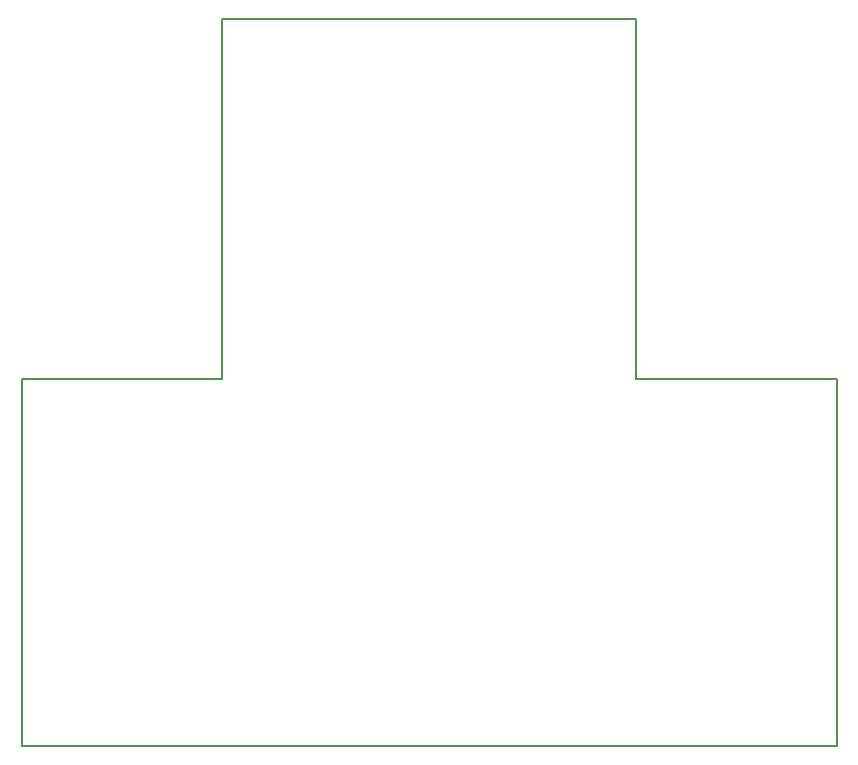
<source format=gbr>
%TF.GenerationSoftware,KiCad,Pcbnew,9.0.6*%
%TF.CreationDate,2026-01-16T11:33:55+01:00*%
%TF.ProjectId,Sumositoire_reborn,53756d6f-7369-4746-9f69-72655f726562,rev?*%
%TF.SameCoordinates,Original*%
%TF.FileFunction,Profile,NP*%
%FSLAX46Y46*%
G04 Gerber Fmt 4.6, Leading zero omitted, Abs format (unit mm)*
G04 Created by KiCad (PCBNEW 9.0.6) date 2026-01-16 11:33:55*
%MOMM*%
%LPD*%
G01*
G04 APERTURE LIST*
%TA.AperFunction,Profile*%
%ADD10C,0.200000*%
%TD*%
G04 APERTURE END LIST*
D10*
X124000000Y-117500000D02*
X124000000Y-86500000D01*
X193000000Y-117500000D02*
X124000000Y-117500000D01*
X141000000Y-56000000D02*
X141000000Y-86500000D01*
X176000000Y-56000000D02*
X176000000Y-86500000D01*
X141000000Y-56000000D02*
X176000000Y-56000000D01*
X193000000Y-86500000D02*
X193000000Y-117500000D01*
X176000000Y-86500000D02*
X193000000Y-86500000D01*
X124000000Y-86500000D02*
X141000000Y-86500000D01*
M02*

</source>
